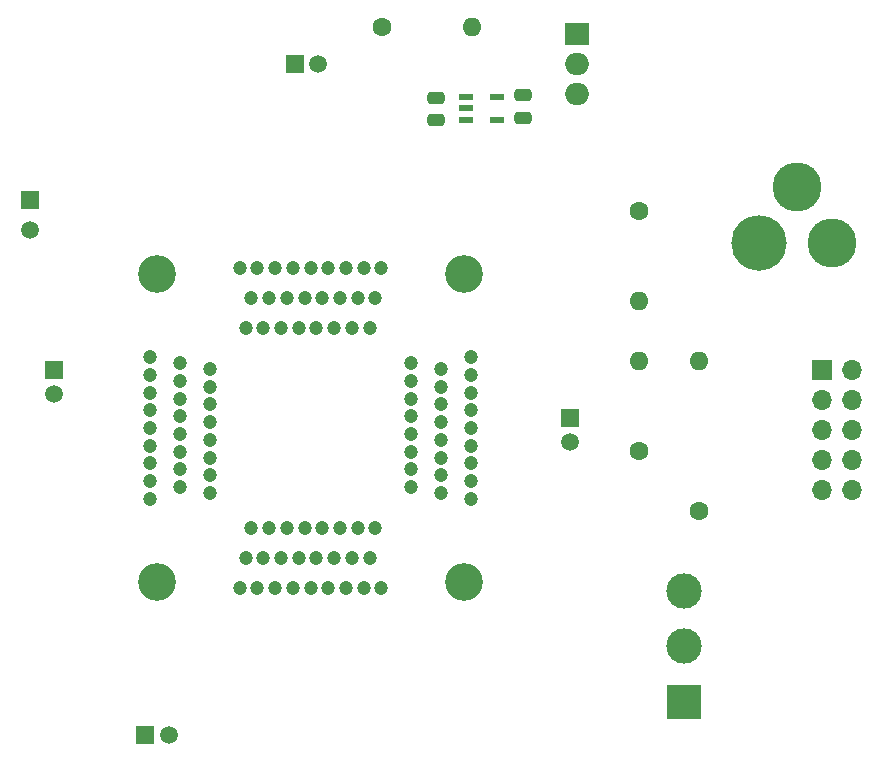
<source format=gts>
%TF.GenerationSoftware,KiCad,Pcbnew,8.0.7*%
%TF.CreationDate,2025-03-14T10:02:51+02:00*%
%TF.ProjectId,EPM570 Programmer,45504d35-3730-4205-9072-6f6772616d6d,V0*%
%TF.SameCoordinates,Original*%
%TF.FileFunction,Soldermask,Top*%
%TF.FilePolarity,Negative*%
%FSLAX46Y46*%
G04 Gerber Fmt 4.6, Leading zero omitted, Abs format (unit mm)*
G04 Created by KiCad (PCBNEW 8.0.7) date 2025-03-14 10:02:51*
%MOMM*%
%LPD*%
G01*
G04 APERTURE LIST*
G04 Aperture macros list*
%AMRoundRect*
0 Rectangle with rounded corners*
0 $1 Rounding radius*
0 $2 $3 $4 $5 $6 $7 $8 $9 X,Y pos of 4 corners*
0 Add a 4 corners polygon primitive as box body*
4,1,4,$2,$3,$4,$5,$6,$7,$8,$9,$2,$3,0*
0 Add four circle primitives for the rounded corners*
1,1,$1+$1,$2,$3*
1,1,$1+$1,$4,$5*
1,1,$1+$1,$6,$7*
1,1,$1+$1,$8,$9*
0 Add four rect primitives between the rounded corners*
20,1,$1+$1,$2,$3,$4,$5,0*
20,1,$1+$1,$4,$5,$6,$7,0*
20,1,$1+$1,$6,$7,$8,$9,0*
20,1,$1+$1,$8,$9,$2,$3,0*%
G04 Aperture macros list end*
%ADD10O,1.600000X1.600000*%
%ADD11C,1.600000*%
%ADD12C,1.500000*%
%ADD13R,1.500000X1.500000*%
%ADD14R,1.150000X0.600000*%
%ADD15C,4.150000*%
%ADD16C,4.700000*%
%ADD17C,3.000000*%
%ADD18R,3.000000X3.000000*%
%ADD19O,2.000000X1.905000*%
%ADD20R,2.000000X1.905000*%
%ADD21RoundRect,0.250000X-0.475000X0.250000X-0.475000X-0.250000X0.475000X-0.250000X0.475000X0.250000X0*%
%ADD22O,1.700000X1.700000*%
%ADD23R,1.700000X1.700000*%
%ADD24C,3.200000*%
%ADD25C,1.200000*%
%ADD26RoundRect,0.250000X0.475000X-0.250000X0.475000X0.250000X-0.475000X0.250000X-0.475000X-0.250000X0*%
G04 APERTURE END LIST*
D10*
%TO.C,R1*%
X44614000Y-4809000D03*
D11*
X44614000Y-17509000D03*
%TD*%
D10*
%TO.C,R3*%
X39534000Y271000D03*
D11*
X39534000Y7891000D03*
%TD*%
D10*
%TO.C,R2*%
X39534000Y-4809000D03*
D11*
X39534000Y-12429000D03*
%TD*%
D10*
%TO.C,R5*%
X25400000Y23495000D03*
D11*
X17780000Y23495000D03*
%TD*%
D12*
%TO.C,LED1*%
X-12065000Y6288000D03*
D13*
X-12065000Y8828000D03*
%TD*%
D12*
%TO.C,C1*%
X12356000Y20320000D03*
D13*
X10356000Y20320000D03*
%TD*%
D14*
%TO.C,IC1*%
X27464000Y17548000D03*
X27464000Y15648000D03*
X24864000Y15648000D03*
X24864000Y16598000D03*
X24864000Y17548000D03*
%TD*%
D15*
%TO.C,J2*%
X55857000Y5207000D03*
X52857000Y9907000D03*
D16*
X49657000Y5207000D03*
%TD*%
D17*
%TO.C,S2*%
X43344000Y-24240000D03*
X43344000Y-28939000D03*
D18*
X43344000Y-33638000D03*
%TD*%
D19*
%TO.C,U1*%
X34290000Y17780000D03*
X34290000Y20320000D03*
D20*
X34290000Y22860000D03*
%TD*%
D21*
%TO.C,C6*%
X29718000Y15798000D03*
X29718000Y17698000D03*
%TD*%
D12*
%TO.C,C3*%
X33655000Y-11652000D03*
D13*
X33655000Y-9652000D03*
%TD*%
D22*
%TO.C,J3*%
X57568000Y-15731000D03*
X55028000Y-15731000D03*
X57568000Y-13191000D03*
X55028000Y-13191000D03*
X57568000Y-10651000D03*
X55028000Y-10651000D03*
X57568000Y-8111000D03*
X55028000Y-8111000D03*
X57568000Y-5571000D03*
D23*
X55028000Y-5571000D03*
%TD*%
D24*
%TO.C,J1*%
X-1307000Y2539000D03*
X-1307000Y-23461000D03*
X24693000Y2539000D03*
X24693000Y-23461000D03*
D25*
X-1887000Y-4461000D03*
X653000Y-4961000D03*
X3193000Y-5461000D03*
X-1887000Y-5961000D03*
X653000Y-6461000D03*
X3193000Y-6961000D03*
X-1887000Y-7461000D03*
X653000Y-7961000D03*
X3193000Y-8461000D03*
X-1887000Y-8961000D03*
X653000Y-9461000D03*
X3193000Y-9961000D03*
X-1887000Y-10461000D03*
X653000Y-10961000D03*
X3193000Y-11461000D03*
X-1887000Y-11961000D03*
X653000Y-12461000D03*
X3193000Y-12961000D03*
X-1887000Y-13461000D03*
X653000Y-13961000D03*
X3193000Y-14461000D03*
X-1887000Y-14961000D03*
X653000Y-15461000D03*
X3193000Y-15961000D03*
X-1887000Y-16461000D03*
X5693000Y-24041000D03*
X6193000Y-21501000D03*
X6693000Y-18961000D03*
X7193000Y-24041000D03*
X7693000Y-21501000D03*
X8193000Y-18961000D03*
X8693000Y-24041000D03*
X9193000Y-21501000D03*
X9693000Y-18961000D03*
X10193000Y-24041000D03*
X10693000Y-21501000D03*
X11193000Y-18961000D03*
X11693000Y-24041000D03*
X12193000Y-21501000D03*
X12693000Y-18961000D03*
X13193000Y-24041000D03*
X13693000Y-21501000D03*
X14193000Y-18961000D03*
X14693000Y-24041000D03*
X15193000Y-21501000D03*
X15693000Y-18961000D03*
X16193000Y-24041000D03*
X16693000Y-21501000D03*
X17193000Y-18961000D03*
X17693000Y-24041000D03*
X25273000Y-16461000D03*
X22733000Y-15961000D03*
X20193000Y-15461000D03*
X25273000Y-14961000D03*
X22733000Y-14461000D03*
X20193000Y-13961000D03*
X25273000Y-13461000D03*
X22733000Y-12961000D03*
X20193000Y-12461000D03*
X25273000Y-11961000D03*
X22733000Y-11461000D03*
X20193000Y-10961000D03*
X25273000Y-10461000D03*
X22733000Y-9961000D03*
X20193000Y-9461000D03*
X25273000Y-8961000D03*
X22733000Y-8461000D03*
X20193000Y-7961000D03*
X25273000Y-7461000D03*
X22733000Y-6961000D03*
X20193000Y-6461000D03*
X25273000Y-5961000D03*
X22733000Y-5461000D03*
X20193000Y-4961000D03*
X25273000Y-4461000D03*
X17693000Y3119000D03*
X17193000Y579000D03*
X16693000Y-1961000D03*
X16193000Y3119000D03*
X15693000Y579000D03*
X15193000Y-1961000D03*
X14693000Y3119000D03*
X14193000Y579000D03*
X13693000Y-1961000D03*
X13193000Y3119000D03*
X12693000Y579000D03*
X12193000Y-1961000D03*
X11693000Y3119000D03*
X11193000Y579000D03*
X10693000Y-1961000D03*
X10193000Y3119000D03*
X9693000Y579000D03*
X9193000Y-1961000D03*
X8693000Y3119000D03*
X8193000Y579000D03*
X7693000Y-1961000D03*
X7193000Y3119000D03*
X6693000Y579000D03*
X6193000Y-1961000D03*
X5693000Y3119000D03*
%TD*%
D12*
%TO.C,C2*%
X-286000Y-36449000D03*
D13*
X-2286000Y-36449000D03*
%TD*%
D26*
%TO.C,C5*%
X22354000Y17487000D03*
X22354000Y15587000D03*
%TD*%
D12*
%TO.C,C4*%
X-10033000Y-7588000D03*
D13*
X-10033000Y-5588000D03*
%TD*%
M02*

</source>
